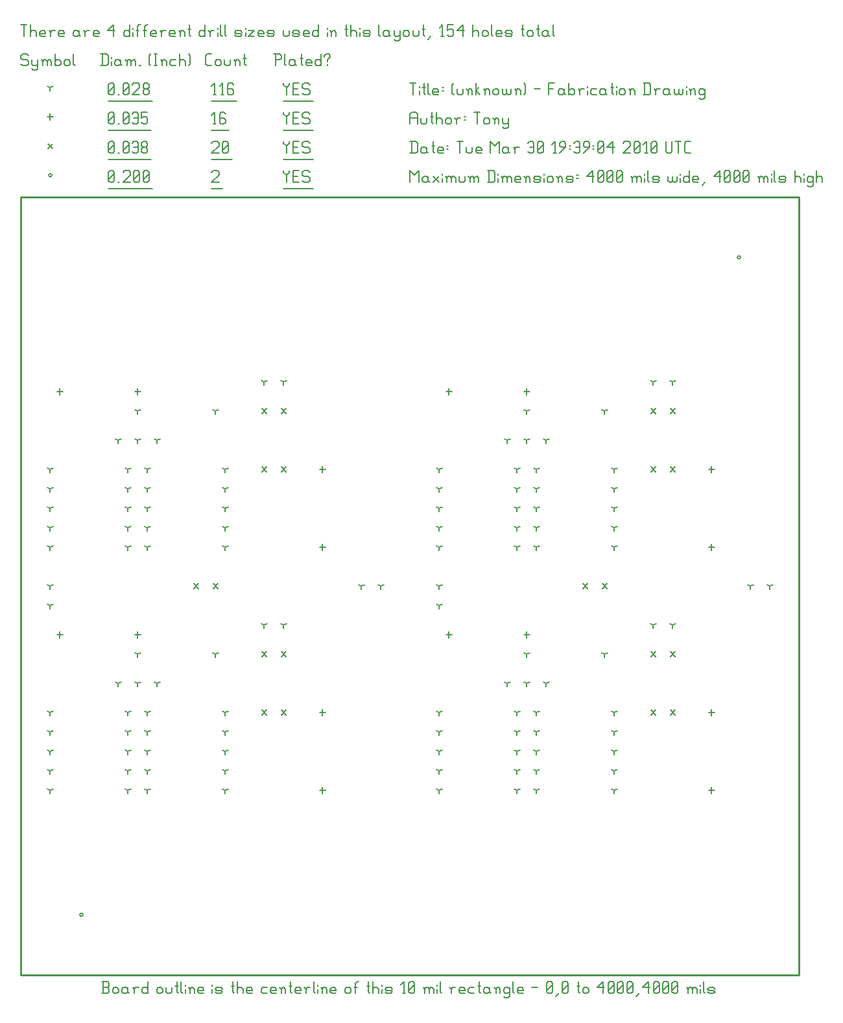
<source format=gbr>
G04 start of page 10 for group -3984 idx -3984
G04 Title: (unknown), fab *
G04 Creator: pcb 20070208 *
G04 CreationDate: Tue Mar 30 19:39:04 2010 UTC *
G04 For: tony *
G04 Format: Gerber/RS-274X *
G04 PCB-Dimensions: 400000 400000 *
G04 PCB-Coordinate-Origin: lower left *
%MOIN*%
%FSLAX24Y24*%
%LNFAB*%
%ADD11C,0.0100*%
%ADD12C,0.0080*%
G54D12*X3020Y3100D02*G75*G03X3180Y3100I80J0D01*G01*
G75*G03X3020Y3100I-80J0D01*G01*
X36820Y36900D02*G75*G03X36980Y36900I80J0D01*G01*
G75*G03X36820Y36900I-80J0D01*G01*
X1420Y41125D02*G75*G03X1580Y41125I80J0D01*G01*
G75*G03X1420Y41125I-80J0D01*G01*
G54D12*X13500Y41350D02*Y41275D01*
X13650Y41125D01*
X13800Y41275D01*
Y41350D02*Y41275D01*
X13650Y41125D02*Y40750D01*
X13980Y41050D02*X14205D01*
X13980Y40750D02*X14280D01*
X13980Y41350D02*Y40750D01*
Y41350D02*X14280D01*
X14760D02*X14835Y41275D01*
X14535Y41350D02*X14760D01*
X14460Y41275D02*X14535Y41350D01*
X14460Y41275D02*Y41125D01*
X14535Y41050D01*
X14760D01*
X14835Y40975D01*
Y40825D01*
X14760Y40750D02*X14835Y40825D01*
X14535Y40750D02*X14760D01*
X14460Y40825D02*X14535Y40750D01*
X13500Y40424D02*X15015D01*
X9800Y41275D02*X9875Y41350D01*
X10100D01*
X10175Y41275D01*
Y41125D01*
X9800Y40750D02*X10175Y41125D01*
X9800Y40750D02*X10175D01*
X9800Y40424D02*X10355D01*
X4500Y40825D02*X4575Y40750D01*
X4500Y41275D02*Y40825D01*
Y41275D02*X4575Y41350D01*
X4725D01*
X4800Y41275D01*
Y40825D01*
X4725Y40750D02*X4800Y40825D01*
X4575Y40750D02*X4725D01*
X4500Y40900D02*X4800Y41200D01*
X4980Y40750D02*X5055D01*
X5235Y41275D02*X5310Y41350D01*
X5535D01*
X5610Y41275D01*
Y41125D01*
X5235Y40750D02*X5610Y41125D01*
X5235Y40750D02*X5610D01*
X5790Y40825D02*X5865Y40750D01*
X5790Y41275D02*Y40825D01*
Y41275D02*X5865Y41350D01*
X6015D01*
X6090Y41275D01*
Y40825D01*
X6015Y40750D02*X6090Y40825D01*
X5865Y40750D02*X6015D01*
X5790Y40900D02*X6090Y41200D01*
X6270Y40825D02*X6345Y40750D01*
X6270Y41275D02*Y40825D01*
Y41275D02*X6345Y41350D01*
X6495D01*
X6570Y41275D01*
Y40825D01*
X6495Y40750D02*X6570Y40825D01*
X6345Y40750D02*X6495D01*
X6270Y40900D02*X6570Y41200D01*
X4500Y40424D02*X6750D01*
X32380Y16620D02*X32620Y16380D01*
X32380D02*X32620Y16620D01*
X33380D02*X33620Y16380D01*
X33380D02*X33620Y16620D01*
X32380Y13620D02*X32620Y13380D01*
X32380D02*X32620Y13620D01*
X33380D02*X33620Y13380D01*
X33380D02*X33620Y13620D01*
X32380Y29120D02*X32620Y28880D01*
X32380D02*X32620Y29120D01*
X33380D02*X33620Y28880D01*
X33380D02*X33620Y29120D01*
X32380Y26120D02*X32620Y25880D01*
X32380D02*X32620Y26120D01*
X33380D02*X33620Y25880D01*
X33380D02*X33620Y26120D01*
X28880Y20120D02*X29120Y19880D01*
X28880D02*X29120Y20120D01*
X29880D02*X30120Y19880D01*
X29880D02*X30120Y20120D01*
X12380Y16620D02*X12620Y16380D01*
X12380D02*X12620Y16620D01*
X13380D02*X13620Y16380D01*
X13380D02*X13620Y16620D01*
X12380Y13620D02*X12620Y13380D01*
X12380D02*X12620Y13620D01*
X13380D02*X13620Y13380D01*
X13380D02*X13620Y13620D01*
X12380Y29120D02*X12620Y28880D01*
X12380D02*X12620Y29120D01*
X13380D02*X13620Y28880D01*
X13380D02*X13620Y29120D01*
X12380Y26120D02*X12620Y25880D01*
X12380D02*X12620Y26120D01*
X13380D02*X13620Y25880D01*
X13380D02*X13620Y26120D01*
X8880Y20120D02*X9120Y19880D01*
X8880D02*X9120Y20120D01*
X9880D02*X10120Y19880D01*
X9880D02*X10120Y20120D01*
X1380Y42745D02*X1620Y42505D01*
X1380D02*X1620Y42745D01*
X13500Y42850D02*Y42775D01*
X13650Y42625D01*
X13800Y42775D01*
Y42850D02*Y42775D01*
X13650Y42625D02*Y42250D01*
X13980Y42550D02*X14205D01*
X13980Y42250D02*X14280D01*
X13980Y42850D02*Y42250D01*
Y42850D02*X14280D01*
X14760D02*X14835Y42775D01*
X14535Y42850D02*X14760D01*
X14460Y42775D02*X14535Y42850D01*
X14460Y42775D02*Y42625D01*
X14535Y42550D01*
X14760D01*
X14835Y42475D01*
Y42325D01*
X14760Y42250D02*X14835Y42325D01*
X14535Y42250D02*X14760D01*
X14460Y42325D02*X14535Y42250D01*
X13500Y41924D02*X15015D01*
X9800Y42775D02*X9875Y42850D01*
X10100D01*
X10175Y42775D01*
Y42625D01*
X9800Y42250D02*X10175Y42625D01*
X9800Y42250D02*X10175D01*
X10355Y42325D02*X10430Y42250D01*
X10355Y42775D02*Y42325D01*
Y42775D02*X10430Y42850D01*
X10580D01*
X10655Y42775D01*
Y42325D01*
X10580Y42250D02*X10655Y42325D01*
X10430Y42250D02*X10580D01*
X10355Y42400D02*X10655Y42700D01*
X9800Y41924D02*X10835D01*
X4500Y42325D02*X4575Y42250D01*
X4500Y42775D02*Y42325D01*
Y42775D02*X4575Y42850D01*
X4725D01*
X4800Y42775D01*
Y42325D01*
X4725Y42250D02*X4800Y42325D01*
X4575Y42250D02*X4725D01*
X4500Y42400D02*X4800Y42700D01*
X4980Y42250D02*X5055D01*
X5235Y42325D02*X5310Y42250D01*
X5235Y42775D02*Y42325D01*
Y42775D02*X5310Y42850D01*
X5460D01*
X5535Y42775D01*
Y42325D01*
X5460Y42250D02*X5535Y42325D01*
X5310Y42250D02*X5460D01*
X5235Y42400D02*X5535Y42700D01*
X5715Y42775D02*X5790Y42850D01*
X5940D01*
X6015Y42775D01*
Y42325D01*
X5940Y42250D02*X6015Y42325D01*
X5790Y42250D02*X5940D01*
X5715Y42325D02*X5790Y42250D01*
Y42550D02*X6015D01*
X6195Y42325D02*X6270Y42250D01*
X6195Y42475D02*Y42325D01*
Y42475D02*X6270Y42550D01*
X6420D01*
X6495Y42475D01*
Y42325D01*
X6420Y42250D02*X6495Y42325D01*
X6270Y42250D02*X6420D01*
X6195Y42625D02*X6270Y42550D01*
X6195Y42775D02*Y42625D01*
Y42775D02*X6270Y42850D01*
X6420D01*
X6495Y42775D01*
Y42625D01*
X6420Y42550D02*X6495Y42625D01*
X4500Y41924D02*X6675D01*
X22000Y17660D02*Y17340D01*
X21840Y17500D02*X22160D01*
X26000Y17660D02*Y17340D01*
X25840Y17500D02*X26160D01*
X35500Y13660D02*Y13340D01*
X35340Y13500D02*X35660D01*
X35500Y9660D02*Y9340D01*
X35340Y9500D02*X35660D01*
X35500Y26160D02*Y25840D01*
X35340Y26000D02*X35660D01*
X35500Y22160D02*Y21840D01*
X35340Y22000D02*X35660D01*
X22000Y30160D02*Y29840D01*
X21840Y30000D02*X22160D01*
X26000Y30160D02*Y29840D01*
X25840Y30000D02*X26160D01*
X2000Y17660D02*Y17340D01*
X1840Y17500D02*X2160D01*
X6000Y17660D02*Y17340D01*
X5840Y17500D02*X6160D01*
X15500Y13660D02*Y13340D01*
X15340Y13500D02*X15660D01*
X15500Y9660D02*Y9340D01*
X15340Y9500D02*X15660D01*
X15500Y26160D02*Y25840D01*
X15340Y26000D02*X15660D01*
X15500Y22160D02*Y21840D01*
X15340Y22000D02*X15660D01*
X2000Y30160D02*Y29840D01*
X1840Y30000D02*X2160D01*
X6000Y30160D02*Y29840D01*
X5840Y30000D02*X6160D01*
X1500Y44285D02*Y43965D01*
X1340Y44125D02*X1660D01*
X13500Y44350D02*Y44275D01*
X13650Y44125D01*
X13800Y44275D01*
Y44350D02*Y44275D01*
X13650Y44125D02*Y43750D01*
X13980Y44050D02*X14205D01*
X13980Y43750D02*X14280D01*
X13980Y44350D02*Y43750D01*
Y44350D02*X14280D01*
X14760D02*X14835Y44275D01*
X14535Y44350D02*X14760D01*
X14460Y44275D02*X14535Y44350D01*
X14460Y44275D02*Y44125D01*
X14535Y44050D01*
X14760D01*
X14835Y43975D01*
Y43825D01*
X14760Y43750D02*X14835Y43825D01*
X14535Y43750D02*X14760D01*
X14460Y43825D02*X14535Y43750D01*
X13500Y43424D02*X15015D01*
X9875Y43750D02*X10025D01*
X9950Y44350D02*Y43750D01*
X9800Y44200D02*X9950Y44350D01*
X10430D02*X10505Y44275D01*
X10280Y44350D02*X10430D01*
X10205Y44275D02*X10280Y44350D01*
X10205Y44275D02*Y43825D01*
X10280Y43750D01*
X10430Y44050D02*X10505Y43975D01*
X10205Y44050D02*X10430D01*
X10280Y43750D02*X10430D01*
X10505Y43825D01*
Y43975D02*Y43825D01*
X9800Y43424D02*X10685D01*
X4500Y43825D02*X4575Y43750D01*
X4500Y44275D02*Y43825D01*
Y44275D02*X4575Y44350D01*
X4725D01*
X4800Y44275D01*
Y43825D01*
X4725Y43750D02*X4800Y43825D01*
X4575Y43750D02*X4725D01*
X4500Y43900D02*X4800Y44200D01*
X4980Y43750D02*X5055D01*
X5235Y43825D02*X5310Y43750D01*
X5235Y44275D02*Y43825D01*
Y44275D02*X5310Y44350D01*
X5460D01*
X5535Y44275D01*
Y43825D01*
X5460Y43750D02*X5535Y43825D01*
X5310Y43750D02*X5460D01*
X5235Y43900D02*X5535Y44200D01*
X5715Y44275D02*X5790Y44350D01*
X5940D01*
X6015Y44275D01*
Y43825D01*
X5940Y43750D02*X6015Y43825D01*
X5790Y43750D02*X5940D01*
X5715Y43825D02*X5790Y43750D01*
Y44050D02*X6015D01*
X6195Y44350D02*X6495D01*
X6195D02*Y44050D01*
X6270Y44125D01*
X6420D01*
X6495Y44050D01*
Y43825D01*
X6420Y43750D02*X6495Y43825D01*
X6270Y43750D02*X6420D01*
X6195Y43825D02*X6270Y43750D01*
X4500Y43424D02*X6675D01*
X26500Y25000D02*Y24840D01*
Y25000D02*X26638Y25080D01*
X26500Y25000D02*X26361Y25080D01*
X30500Y25000D02*Y24840D01*
Y25000D02*X30638Y25080D01*
X30500Y25000D02*X30361Y25080D01*
X26000Y16500D02*Y16340D01*
Y16500D02*X26138Y16580D01*
X26000Y16500D02*X25861Y16580D01*
X30000Y16500D02*Y16340D01*
Y16500D02*X30138Y16580D01*
X30000Y16500D02*X29861Y16580D01*
X21500Y10500D02*Y10340D01*
Y10500D02*X21638Y10580D01*
X21500Y10500D02*X21361Y10580D01*
X25500Y10500D02*Y10340D01*
Y10500D02*X25638Y10580D01*
X25500Y10500D02*X25361Y10580D01*
X21500Y13500D02*Y13340D01*
Y13500D02*X21638Y13580D01*
X21500Y13500D02*X21361Y13580D01*
X25500Y13500D02*Y13340D01*
Y13500D02*X25638Y13580D01*
X25500Y13500D02*X25361Y13580D01*
X21500Y12500D02*Y12340D01*
Y12500D02*X21638Y12580D01*
X21500Y12500D02*X21361Y12580D01*
X25500Y12500D02*Y12340D01*
Y12500D02*X25638Y12580D01*
X25500Y12500D02*X25361Y12580D01*
X21500Y11500D02*Y11340D01*
Y11500D02*X21638Y11580D01*
X21500Y11500D02*X21361Y11580D01*
X25500Y11500D02*Y11340D01*
Y11500D02*X25638Y11580D01*
X25500Y11500D02*X25361Y11580D01*
X21500Y9500D02*Y9340D01*
Y9500D02*X21638Y9580D01*
X21500Y9500D02*X21361Y9580D01*
X25500Y9500D02*Y9340D01*
Y9500D02*X25638Y9580D01*
X25500Y9500D02*X25361Y9580D01*
X26500Y10500D02*Y10340D01*
Y10500D02*X26638Y10580D01*
X26500Y10500D02*X26361Y10580D01*
X30500Y10500D02*Y10340D01*
Y10500D02*X30638Y10580D01*
X30500Y10500D02*X30361Y10580D01*
X26500Y13500D02*Y13340D01*
Y13500D02*X26638Y13580D01*
X26500Y13500D02*X26361Y13580D01*
X30500Y13500D02*Y13340D01*
Y13500D02*X30638Y13580D01*
X30500Y13500D02*X30361Y13580D01*
X26500Y12500D02*Y12340D01*
Y12500D02*X26638Y12580D01*
X26500Y12500D02*X26361Y12580D01*
X30500Y12500D02*Y12340D01*
Y12500D02*X30638Y12580D01*
X30500Y12500D02*X30361Y12580D01*
X26500Y11500D02*Y11340D01*
Y11500D02*X26638Y11580D01*
X26500Y11500D02*X26361Y11580D01*
X30500Y11500D02*Y11340D01*
Y11500D02*X30638Y11580D01*
X30500Y11500D02*X30361Y11580D01*
X26500Y9500D02*Y9340D01*
Y9500D02*X26638Y9580D01*
X26500Y9500D02*X26361Y9580D01*
X30500Y9500D02*Y9340D01*
Y9500D02*X30638Y9580D01*
X30500Y9500D02*X30361Y9580D01*
X25000Y15000D02*Y14840D01*
Y15000D02*X25138Y15080D01*
X25000Y15000D02*X24861Y15080D01*
X26000Y15000D02*Y14840D01*
Y15000D02*X26138Y15080D01*
X26000Y15000D02*X25861Y15080D01*
X27000Y15000D02*Y14840D01*
Y15000D02*X27138Y15080D01*
X27000Y15000D02*X26861Y15080D01*
X25000Y27500D02*Y27340D01*
Y27500D02*X25138Y27580D01*
X25000Y27500D02*X24861Y27580D01*
X26000Y27500D02*Y27340D01*
Y27500D02*X26138Y27580D01*
X26000Y27500D02*X25861Y27580D01*
X27000Y27500D02*Y27340D01*
Y27500D02*X27138Y27580D01*
X27000Y27500D02*X26861Y27580D01*
X26500Y24000D02*Y23840D01*
Y24000D02*X26638Y24080D01*
X26500Y24000D02*X26361Y24080D01*
X30500Y24000D02*Y23840D01*
Y24000D02*X30638Y24080D01*
X30500Y24000D02*X30361Y24080D01*
X26500Y22000D02*Y21840D01*
Y22000D02*X26638Y22080D01*
X26500Y22000D02*X26361Y22080D01*
X30500Y22000D02*Y21840D01*
Y22000D02*X30638Y22080D01*
X30500Y22000D02*X30361Y22080D01*
X26000Y29000D02*Y28840D01*
Y29000D02*X26138Y29080D01*
X26000Y29000D02*X25861Y29080D01*
X30000Y29000D02*Y28840D01*
Y29000D02*X30138Y29080D01*
X30000Y29000D02*X29861Y29080D01*
X21500Y23000D02*Y22840D01*
Y23000D02*X21638Y23080D01*
X21500Y23000D02*X21361Y23080D01*
X25500Y23000D02*Y22840D01*
Y23000D02*X25638Y23080D01*
X25500Y23000D02*X25361Y23080D01*
X21500Y26000D02*Y25840D01*
Y26000D02*X21638Y26080D01*
X21500Y26000D02*X21361Y26080D01*
X25500Y26000D02*Y25840D01*
Y26000D02*X25638Y26080D01*
X25500Y26000D02*X25361Y26080D01*
X21500Y25000D02*Y24840D01*
Y25000D02*X21638Y25080D01*
X21500Y25000D02*X21361Y25080D01*
X25500Y25000D02*Y24840D01*
Y25000D02*X25638Y25080D01*
X25500Y25000D02*X25361Y25080D01*
X21500Y24000D02*Y23840D01*
Y24000D02*X21638Y24080D01*
X21500Y24000D02*X21361Y24080D01*
X25500Y24000D02*Y23840D01*
Y24000D02*X25638Y24080D01*
X25500Y24000D02*X25361Y24080D01*
X21500Y22000D02*Y21840D01*
Y22000D02*X21638Y22080D01*
X21500Y22000D02*X21361Y22080D01*
X25500Y22000D02*Y21840D01*
Y22000D02*X25638Y22080D01*
X25500Y22000D02*X25361Y22080D01*
X26500Y23000D02*Y22840D01*
Y23000D02*X26638Y23080D01*
X26500Y23000D02*X26361Y23080D01*
X30500Y23000D02*Y22840D01*
Y23000D02*X30638Y23080D01*
X30500Y23000D02*X30361Y23080D01*
X26500Y26000D02*Y25840D01*
Y26000D02*X26638Y26080D01*
X26500Y26000D02*X26361Y26080D01*
X30500Y26000D02*Y25840D01*
Y26000D02*X30638Y26080D01*
X30500Y26000D02*X30361Y26080D01*
X21500Y20000D02*Y19840D01*
Y20000D02*X21638Y20080D01*
X21500Y20000D02*X21361Y20080D01*
X21500Y19000D02*Y18840D01*
Y19000D02*X21638Y19080D01*
X21500Y19000D02*X21361Y19080D01*
X33500Y18000D02*Y17840D01*
Y18000D02*X33638Y18080D01*
X33500Y18000D02*X33361Y18080D01*
X32500Y18000D02*Y17840D01*
Y18000D02*X32638Y18080D01*
X32500Y18000D02*X32361Y18080D01*
X33500Y30500D02*Y30340D01*
Y30500D02*X33638Y30580D01*
X33500Y30500D02*X33361Y30580D01*
X32500Y30500D02*Y30340D01*
Y30500D02*X32638Y30580D01*
X32500Y30500D02*X32361Y30580D01*
X38500Y20000D02*Y19840D01*
Y20000D02*X38638Y20080D01*
X38500Y20000D02*X38361Y20080D01*
X37500Y20000D02*Y19840D01*
Y20000D02*X37638Y20080D01*
X37500Y20000D02*X37361Y20080D01*
X6500Y25000D02*Y24840D01*
Y25000D02*X6638Y25080D01*
X6500Y25000D02*X6361Y25080D01*
X10500Y25000D02*Y24840D01*
Y25000D02*X10638Y25080D01*
X10500Y25000D02*X10361Y25080D01*
X6000Y16500D02*Y16340D01*
Y16500D02*X6138Y16580D01*
X6000Y16500D02*X5861Y16580D01*
X10000Y16500D02*Y16340D01*
Y16500D02*X10138Y16580D01*
X10000Y16500D02*X9861Y16580D01*
X1500Y10500D02*Y10340D01*
Y10500D02*X1638Y10580D01*
X1500Y10500D02*X1361Y10580D01*
X5500Y10500D02*Y10340D01*
Y10500D02*X5638Y10580D01*
X5500Y10500D02*X5361Y10580D01*
X1500Y13500D02*Y13340D01*
Y13500D02*X1638Y13580D01*
X1500Y13500D02*X1361Y13580D01*
X5500Y13500D02*Y13340D01*
Y13500D02*X5638Y13580D01*
X5500Y13500D02*X5361Y13580D01*
X1500Y12500D02*Y12340D01*
Y12500D02*X1638Y12580D01*
X1500Y12500D02*X1361Y12580D01*
X5500Y12500D02*Y12340D01*
Y12500D02*X5638Y12580D01*
X5500Y12500D02*X5361Y12580D01*
X1500Y11500D02*Y11340D01*
Y11500D02*X1638Y11580D01*
X1500Y11500D02*X1361Y11580D01*
X5500Y11500D02*Y11340D01*
Y11500D02*X5638Y11580D01*
X5500Y11500D02*X5361Y11580D01*
X1500Y9500D02*Y9340D01*
Y9500D02*X1638Y9580D01*
X1500Y9500D02*X1361Y9580D01*
X5500Y9500D02*Y9340D01*
Y9500D02*X5638Y9580D01*
X5500Y9500D02*X5361Y9580D01*
X6500Y10500D02*Y10340D01*
Y10500D02*X6638Y10580D01*
X6500Y10500D02*X6361Y10580D01*
X10500Y10500D02*Y10340D01*
Y10500D02*X10638Y10580D01*
X10500Y10500D02*X10361Y10580D01*
X6500Y13500D02*Y13340D01*
Y13500D02*X6638Y13580D01*
X6500Y13500D02*X6361Y13580D01*
X10500Y13500D02*Y13340D01*
Y13500D02*X10638Y13580D01*
X10500Y13500D02*X10361Y13580D01*
X6500Y12500D02*Y12340D01*
Y12500D02*X6638Y12580D01*
X6500Y12500D02*X6361Y12580D01*
X10500Y12500D02*Y12340D01*
Y12500D02*X10638Y12580D01*
X10500Y12500D02*X10361Y12580D01*
X6500Y11500D02*Y11340D01*
Y11500D02*X6638Y11580D01*
X6500Y11500D02*X6361Y11580D01*
X10500Y11500D02*Y11340D01*
Y11500D02*X10638Y11580D01*
X10500Y11500D02*X10361Y11580D01*
X6500Y9500D02*Y9340D01*
Y9500D02*X6638Y9580D01*
X6500Y9500D02*X6361Y9580D01*
X10500Y9500D02*Y9340D01*
Y9500D02*X10638Y9580D01*
X10500Y9500D02*X10361Y9580D01*
X5000Y15000D02*Y14840D01*
Y15000D02*X5138Y15080D01*
X5000Y15000D02*X4861Y15080D01*
X6000Y15000D02*Y14840D01*
Y15000D02*X6138Y15080D01*
X6000Y15000D02*X5861Y15080D01*
X7000Y15000D02*Y14840D01*
Y15000D02*X7138Y15080D01*
X7000Y15000D02*X6861Y15080D01*
X5000Y27500D02*Y27340D01*
Y27500D02*X5138Y27580D01*
X5000Y27500D02*X4861Y27580D01*
X6000Y27500D02*Y27340D01*
Y27500D02*X6138Y27580D01*
X6000Y27500D02*X5861Y27580D01*
X7000Y27500D02*Y27340D01*
Y27500D02*X7138Y27580D01*
X7000Y27500D02*X6861Y27580D01*
X6500Y24000D02*Y23840D01*
Y24000D02*X6638Y24080D01*
X6500Y24000D02*X6361Y24080D01*
X10500Y24000D02*Y23840D01*
Y24000D02*X10638Y24080D01*
X10500Y24000D02*X10361Y24080D01*
X6500Y22000D02*Y21840D01*
Y22000D02*X6638Y22080D01*
X6500Y22000D02*X6361Y22080D01*
X10500Y22000D02*Y21840D01*
Y22000D02*X10638Y22080D01*
X10500Y22000D02*X10361Y22080D01*
X6000Y29000D02*Y28840D01*
Y29000D02*X6138Y29080D01*
X6000Y29000D02*X5861Y29080D01*
X10000Y29000D02*Y28840D01*
Y29000D02*X10138Y29080D01*
X10000Y29000D02*X9861Y29080D01*
X1500Y23000D02*Y22840D01*
Y23000D02*X1638Y23080D01*
X1500Y23000D02*X1361Y23080D01*
X5500Y23000D02*Y22840D01*
Y23000D02*X5638Y23080D01*
X5500Y23000D02*X5361Y23080D01*
X1500Y26000D02*Y25840D01*
Y26000D02*X1638Y26080D01*
X1500Y26000D02*X1361Y26080D01*
X5500Y26000D02*Y25840D01*
Y26000D02*X5638Y26080D01*
X5500Y26000D02*X5361Y26080D01*
X1500Y25000D02*Y24840D01*
Y25000D02*X1638Y25080D01*
X1500Y25000D02*X1361Y25080D01*
X5500Y25000D02*Y24840D01*
Y25000D02*X5638Y25080D01*
X5500Y25000D02*X5361Y25080D01*
X1500Y24000D02*Y23840D01*
Y24000D02*X1638Y24080D01*
X1500Y24000D02*X1361Y24080D01*
X5500Y24000D02*Y23840D01*
Y24000D02*X5638Y24080D01*
X5500Y24000D02*X5361Y24080D01*
X1500Y22000D02*Y21840D01*
Y22000D02*X1638Y22080D01*
X1500Y22000D02*X1361Y22080D01*
X5500Y22000D02*Y21840D01*
Y22000D02*X5638Y22080D01*
X5500Y22000D02*X5361Y22080D01*
X6500Y23000D02*Y22840D01*
Y23000D02*X6638Y23080D01*
X6500Y23000D02*X6361Y23080D01*
X10500Y23000D02*Y22840D01*
Y23000D02*X10638Y23080D01*
X10500Y23000D02*X10361Y23080D01*
X6500Y26000D02*Y25840D01*
Y26000D02*X6638Y26080D01*
X6500Y26000D02*X6361Y26080D01*
X10500Y26000D02*Y25840D01*
Y26000D02*X10638Y26080D01*
X10500Y26000D02*X10361Y26080D01*
X1500Y20000D02*Y19840D01*
Y20000D02*X1638Y20080D01*
X1500Y20000D02*X1361Y20080D01*
X1500Y19000D02*Y18840D01*
Y19000D02*X1638Y19080D01*
X1500Y19000D02*X1361Y19080D01*
X13500Y18000D02*Y17840D01*
Y18000D02*X13638Y18080D01*
X13500Y18000D02*X13361Y18080D01*
X12500Y18000D02*Y17840D01*
Y18000D02*X12638Y18080D01*
X12500Y18000D02*X12361Y18080D01*
X13500Y30500D02*Y30340D01*
Y30500D02*X13638Y30580D01*
X13500Y30500D02*X13361Y30580D01*
X12500Y30500D02*Y30340D01*
Y30500D02*X12638Y30580D01*
X12500Y30500D02*X12361Y30580D01*
X18500Y20000D02*Y19840D01*
Y20000D02*X18638Y20080D01*
X18500Y20000D02*X18361Y20080D01*
X17500Y20000D02*Y19840D01*
Y20000D02*X17638Y20080D01*
X17500Y20000D02*X17361Y20080D01*
X1500Y45625D02*Y45465D01*
Y45625D02*X1638Y45705D01*
X1500Y45625D02*X1361Y45705D01*
X13500Y45850D02*Y45775D01*
X13650Y45625D01*
X13800Y45775D01*
Y45850D02*Y45775D01*
X13650Y45625D02*Y45250D01*
X13980Y45550D02*X14205D01*
X13980Y45250D02*X14280D01*
X13980Y45850D02*Y45250D01*
Y45850D02*X14280D01*
X14760D02*X14835Y45775D01*
X14535Y45850D02*X14760D01*
X14460Y45775D02*X14535Y45850D01*
X14460Y45775D02*Y45625D01*
X14535Y45550D01*
X14760D01*
X14835Y45475D01*
Y45325D01*
X14760Y45250D02*X14835Y45325D01*
X14535Y45250D02*X14760D01*
X14460Y45325D02*X14535Y45250D01*
X13500Y44924D02*X15015D01*
X9875Y45250D02*X10025D01*
X9950Y45850D02*Y45250D01*
X9800Y45700D02*X9950Y45850D01*
X10280Y45250D02*X10430D01*
X10355Y45850D02*Y45250D01*
X10205Y45700D02*X10355Y45850D01*
X10835D02*X10910Y45775D01*
X10685Y45850D02*X10835D01*
X10610Y45775D02*X10685Y45850D01*
X10610Y45775D02*Y45325D01*
X10685Y45250D01*
X10835Y45550D02*X10910Y45475D01*
X10610Y45550D02*X10835D01*
X10685Y45250D02*X10835D01*
X10910Y45325D01*
Y45475D02*Y45325D01*
X9800Y44924D02*X11090D01*
X4500Y45325D02*X4575Y45250D01*
X4500Y45775D02*Y45325D01*
Y45775D02*X4575Y45850D01*
X4725D01*
X4800Y45775D01*
Y45325D01*
X4725Y45250D02*X4800Y45325D01*
X4575Y45250D02*X4725D01*
X4500Y45400D02*X4800Y45700D01*
X4980Y45250D02*X5055D01*
X5235Y45325D02*X5310Y45250D01*
X5235Y45775D02*Y45325D01*
Y45775D02*X5310Y45850D01*
X5460D01*
X5535Y45775D01*
Y45325D01*
X5460Y45250D02*X5535Y45325D01*
X5310Y45250D02*X5460D01*
X5235Y45400D02*X5535Y45700D01*
X5715Y45775D02*X5790Y45850D01*
X6015D01*
X6090Y45775D01*
Y45625D01*
X5715Y45250D02*X6090Y45625D01*
X5715Y45250D02*X6090D01*
X6270Y45325D02*X6345Y45250D01*
X6270Y45475D02*Y45325D01*
Y45475D02*X6345Y45550D01*
X6495D01*
X6570Y45475D01*
Y45325D01*
X6495Y45250D02*X6570Y45325D01*
X6345Y45250D02*X6495D01*
X6270Y45625D02*X6345Y45550D01*
X6270Y45775D02*Y45625D01*
Y45775D02*X6345Y45850D01*
X6495D01*
X6570Y45775D01*
Y45625D01*
X6495Y45550D02*X6570Y45625D01*
X4500Y44924D02*X6750D01*
X300Y47350D02*X375Y47275D01*
X75Y47350D02*X300D01*
X0Y47275D02*X75Y47350D01*
X0Y47275D02*Y47125D01*
X75Y47050D01*
X300D01*
X375Y46975D01*
Y46825D01*
X300Y46750D02*X375Y46825D01*
X75Y46750D02*X300D01*
X0Y46825D02*X75Y46750D01*
X555Y47050D02*Y46825D01*
X630Y46750D01*
X855Y47050D02*Y46600D01*
X780Y46525D02*X855Y46600D01*
X630Y46525D02*X780D01*
X555Y46600D02*X630Y46525D01*
Y46750D02*X780D01*
X855Y46825D01*
X1110Y46975D02*Y46750D01*
Y46975D02*X1185Y47050D01*
X1260D01*
X1335Y46975D01*
Y46750D01*
Y46975D02*X1410Y47050D01*
X1485D01*
X1560Y46975D01*
Y46750D01*
X1035Y47050D02*X1110Y46975D01*
X1740Y47350D02*Y46750D01*
Y46825D02*X1815Y46750D01*
X1965D01*
X2040Y46825D01*
Y46975D02*Y46825D01*
X1965Y47050D02*X2040Y46975D01*
X1815Y47050D02*X1965D01*
X1740Y46975D02*X1815Y47050D01*
X2220Y46975D02*Y46825D01*
Y46975D02*X2295Y47050D01*
X2445D01*
X2520Y46975D01*
Y46825D01*
X2445Y46750D02*X2520Y46825D01*
X2295Y46750D02*X2445D01*
X2220Y46825D02*X2295Y46750D01*
X2700Y47350D02*Y46825D01*
X2775Y46750D01*
X4175Y47350D02*Y46750D01*
X4400Y47350D02*X4475Y47275D01*
Y46825D01*
X4400Y46750D02*X4475Y46825D01*
X4100Y46750D02*X4400D01*
X4100Y47350D02*X4400D01*
X4655Y47200D02*Y47125D01*
Y46975D02*Y46750D01*
X5030Y47050D02*X5105Y46975D01*
X4880Y47050D02*X5030D01*
X4805Y46975D02*X4880Y47050D01*
X4805Y46975D02*Y46825D01*
X4880Y46750D01*
X5105Y47050D02*Y46825D01*
X5180Y46750D01*
X4880D02*X5030D01*
X5105Y46825D01*
X5435Y46975D02*Y46750D01*
Y46975D02*X5510Y47050D01*
X5585D01*
X5660Y46975D01*
Y46750D01*
Y46975D02*X5735Y47050D01*
X5810D01*
X5885Y46975D01*
Y46750D01*
X5360Y47050D02*X5435Y46975D01*
X6065Y46750D02*X6140D01*
X6590Y46825D02*X6665Y46750D01*
X6590Y47275D02*X6665Y47350D01*
X6590Y47275D02*Y46825D01*
X6845Y47350D02*X6995D01*
X6920D02*Y46750D01*
X6845D02*X6995D01*
X7251Y46975D02*Y46750D01*
Y46975D02*X7326Y47050D01*
X7401D01*
X7476Y46975D01*
Y46750D01*
X7176Y47050D02*X7251Y46975D01*
X7731Y47050D02*X7956D01*
X7656Y46975D02*X7731Y47050D01*
X7656Y46975D02*Y46825D01*
X7731Y46750D01*
X7956D01*
X8136Y47350D02*Y46750D01*
Y46975D02*X8211Y47050D01*
X8361D01*
X8436Y46975D01*
Y46750D01*
X8616Y47350D02*X8691Y47275D01*
Y46825D01*
X8616Y46750D02*X8691Y46825D01*
X9575Y46750D02*X9800D01*
X9500Y46825D02*X9575Y46750D01*
X9500Y47275D02*Y46825D01*
Y47275D02*X9575Y47350D01*
X9800D01*
X9980Y46975D02*Y46825D01*
Y46975D02*X10055Y47050D01*
X10205D01*
X10280Y46975D01*
Y46825D01*
X10205Y46750D02*X10280Y46825D01*
X10055Y46750D02*X10205D01*
X9980Y46825D02*X10055Y46750D01*
X10460Y47050D02*Y46825D01*
X10535Y46750D01*
X10685D01*
X10760Y46825D01*
Y47050D02*Y46825D01*
X11015Y46975D02*Y46750D01*
Y46975D02*X11090Y47050D01*
X11165D01*
X11240Y46975D01*
Y46750D01*
X10940Y47050D02*X11015Y46975D01*
X11495Y47350D02*Y46825D01*
X11570Y46750D01*
X11420Y47125D02*X11570D01*
X13075Y47350D02*Y46750D01*
X13000Y47350D02*X13300D01*
X13375Y47275D01*
Y47125D01*
X13300Y47050D02*X13375Y47125D01*
X13075Y47050D02*X13300D01*
X13555Y47350D02*Y46825D01*
X13630Y46750D01*
X14005Y47050D02*X14080Y46975D01*
X13855Y47050D02*X14005D01*
X13780Y46975D02*X13855Y47050D01*
X13780Y46975D02*Y46825D01*
X13855Y46750D01*
X14080Y47050D02*Y46825D01*
X14155Y46750D01*
X13855D02*X14005D01*
X14080Y46825D01*
X14410Y47350D02*Y46825D01*
X14485Y46750D01*
X14335Y47125D02*X14485D01*
X14710Y46750D02*X14935D01*
X14635Y46825D02*X14710Y46750D01*
X14635Y46975D02*Y46825D01*
Y46975D02*X14710Y47050D01*
X14860D01*
X14935Y46975D01*
X14635Y46900D02*X14935D01*
Y46975D02*Y46900D01*
X15415Y47350D02*Y46750D01*
X15340D02*X15415Y46825D01*
X15190Y46750D02*X15340D01*
X15115Y46825D02*X15190Y46750D01*
X15115Y46975D02*Y46825D01*
Y46975D02*X15190Y47050D01*
X15340D01*
X15415Y46975D01*
X15745Y47050D02*Y46975D01*
Y46825D02*Y46750D01*
X15595Y47275D02*Y47200D01*
Y47275D02*X15670Y47350D01*
X15820D01*
X15895Y47275D01*
Y47200D01*
X15745Y47050D02*X15895Y47200D01*
X0Y48850D02*X300D01*
X150D02*Y48250D01*
X480Y48850D02*Y48250D01*
Y48475D02*X555Y48550D01*
X705D01*
X780Y48475D01*
Y48250D01*
X1035D02*X1260D01*
X960Y48325D02*X1035Y48250D01*
X960Y48475D02*Y48325D01*
Y48475D02*X1035Y48550D01*
X1185D01*
X1260Y48475D01*
X960Y48400D02*X1260D01*
Y48475D02*Y48400D01*
X1515Y48475D02*Y48250D01*
Y48475D02*X1590Y48550D01*
X1740D01*
X1440D02*X1515Y48475D01*
X1995Y48250D02*X2220D01*
X1920Y48325D02*X1995Y48250D01*
X1920Y48475D02*Y48325D01*
Y48475D02*X1995Y48550D01*
X2145D01*
X2220Y48475D01*
X1920Y48400D02*X2220D01*
Y48475D02*Y48400D01*
X2895Y48550D02*X2970Y48475D01*
X2745Y48550D02*X2895D01*
X2670Y48475D02*X2745Y48550D01*
X2670Y48475D02*Y48325D01*
X2745Y48250D01*
X2970Y48550D02*Y48325D01*
X3045Y48250D01*
X2745D02*X2895D01*
X2970Y48325D01*
X3300Y48475D02*Y48250D01*
Y48475D02*X3375Y48550D01*
X3525D01*
X3225D02*X3300Y48475D01*
X3781Y48250D02*X4006D01*
X3706Y48325D02*X3781Y48250D01*
X3706Y48475D02*Y48325D01*
Y48475D02*X3781Y48550D01*
X3931D01*
X4006Y48475D01*
X3706Y48400D02*X4006D01*
Y48475D02*Y48400D01*
X4456Y48550D02*X4756Y48850D01*
X4456Y48550D02*X4831D01*
X4756Y48850D02*Y48250D01*
X5581Y48850D02*Y48250D01*
X5506D02*X5581Y48325D01*
X5356Y48250D02*X5506D01*
X5281Y48325D02*X5356Y48250D01*
X5281Y48475D02*Y48325D01*
Y48475D02*X5356Y48550D01*
X5506D01*
X5581Y48475D01*
X5761Y48700D02*Y48625D01*
Y48475D02*Y48250D01*
X5986Y48775D02*Y48250D01*
Y48775D02*X6061Y48850D01*
X6136D01*
X5911Y48550D02*X6061D01*
X6361Y48775D02*Y48250D01*
Y48775D02*X6436Y48850D01*
X6511D01*
X6286Y48550D02*X6436D01*
X6736Y48250D02*X6961D01*
X6661Y48325D02*X6736Y48250D01*
X6661Y48475D02*Y48325D01*
Y48475D02*X6736Y48550D01*
X6886D01*
X6961Y48475D01*
X6661Y48400D02*X6961D01*
Y48475D02*Y48400D01*
X7217Y48475D02*Y48250D01*
Y48475D02*X7292Y48550D01*
X7442D01*
X7142D02*X7217Y48475D01*
X7697Y48250D02*X7922D01*
X7622Y48325D02*X7697Y48250D01*
X7622Y48475D02*Y48325D01*
Y48475D02*X7697Y48550D01*
X7847D01*
X7922Y48475D01*
X7622Y48400D02*X7922D01*
Y48475D02*Y48400D01*
X8177Y48475D02*Y48250D01*
Y48475D02*X8252Y48550D01*
X8327D01*
X8402Y48475D01*
Y48250D01*
X8102Y48550D02*X8177Y48475D01*
X8657Y48850D02*Y48325D01*
X8732Y48250D01*
X8582Y48625D02*X8732D01*
X9452Y48850D02*Y48250D01*
X9377D02*X9452Y48325D01*
X9227Y48250D02*X9377D01*
X9152Y48325D02*X9227Y48250D01*
X9152Y48475D02*Y48325D01*
Y48475D02*X9227Y48550D01*
X9377D01*
X9452Y48475D01*
X9707D02*Y48250D01*
Y48475D02*X9782Y48550D01*
X9932D01*
X9632D02*X9707Y48475D01*
X10113Y48700D02*Y48625D01*
Y48475D02*Y48250D01*
X10263Y48850D02*Y48325D01*
X10338Y48250D01*
X10488Y48850D02*Y48325D01*
X10563Y48250D01*
X11058D02*X11283D01*
X11358Y48325D01*
X11283Y48400D02*X11358Y48325D01*
X11058Y48400D02*X11283D01*
X10983Y48475D02*X11058Y48400D01*
X10983Y48475D02*X11058Y48550D01*
X11283D01*
X11358Y48475D01*
X10983Y48325D02*X11058Y48250D01*
X11538Y48700D02*Y48625D01*
Y48475D02*Y48250D01*
X11688Y48550D02*X11988D01*
X11688Y48250D02*X11988Y48550D01*
X11688Y48250D02*X11988D01*
X12243D02*X12468D01*
X12168Y48325D02*X12243Y48250D01*
X12168Y48475D02*Y48325D01*
Y48475D02*X12243Y48550D01*
X12393D01*
X12468Y48475D01*
X12168Y48400D02*X12468D01*
Y48475D02*Y48400D01*
X12724Y48250D02*X12949D01*
X13024Y48325D01*
X12949Y48400D02*X13024Y48325D01*
X12724Y48400D02*X12949D01*
X12649Y48475D02*X12724Y48400D01*
X12649Y48475D02*X12724Y48550D01*
X12949D01*
X13024Y48475D01*
X12649Y48325D02*X12724Y48250D01*
X13474Y48550D02*Y48325D01*
X13549Y48250D01*
X13699D01*
X13774Y48325D01*
Y48550D02*Y48325D01*
X14029Y48250D02*X14254D01*
X14329Y48325D01*
X14254Y48400D02*X14329Y48325D01*
X14029Y48400D02*X14254D01*
X13954Y48475D02*X14029Y48400D01*
X13954Y48475D02*X14029Y48550D01*
X14254D01*
X14329Y48475D01*
X13954Y48325D02*X14029Y48250D01*
X14584D02*X14809D01*
X14509Y48325D02*X14584Y48250D01*
X14509Y48475D02*Y48325D01*
Y48475D02*X14584Y48550D01*
X14734D01*
X14809Y48475D01*
X14509Y48400D02*X14809D01*
Y48475D02*Y48400D01*
X15289Y48850D02*Y48250D01*
X15214D02*X15289Y48325D01*
X15064Y48250D02*X15214D01*
X14989Y48325D02*X15064Y48250D01*
X14989Y48475D02*Y48325D01*
Y48475D02*X15064Y48550D01*
X15214D01*
X15289Y48475D01*
X15739Y48700D02*Y48625D01*
Y48475D02*Y48250D01*
X15964Y48475D02*Y48250D01*
Y48475D02*X16039Y48550D01*
X16114D01*
X16189Y48475D01*
Y48250D01*
X15889Y48550D02*X15964Y48475D01*
X16715Y48850D02*Y48325D01*
X16790Y48250D01*
X16640Y48625D02*X16790D01*
X16940Y48850D02*Y48250D01*
Y48475D02*X17015Y48550D01*
X17165D01*
X17240Y48475D01*
Y48250D01*
X17420Y48700D02*Y48625D01*
Y48475D02*Y48250D01*
X17645D02*X17870D01*
X17945Y48325D01*
X17870Y48400D02*X17945Y48325D01*
X17645Y48400D02*X17870D01*
X17570Y48475D02*X17645Y48400D01*
X17570Y48475D02*X17645Y48550D01*
X17870D01*
X17945Y48475D01*
X17570Y48325D02*X17645Y48250D01*
X18395Y48850D02*Y48325D01*
X18470Y48250D01*
X18845Y48550D02*X18920Y48475D01*
X18695Y48550D02*X18845D01*
X18620Y48475D02*X18695Y48550D01*
X18620Y48475D02*Y48325D01*
X18695Y48250D01*
X18920Y48550D02*Y48325D01*
X18995Y48250D01*
X18695D02*X18845D01*
X18920Y48325D01*
X19176Y48550D02*Y48325D01*
X19251Y48250D01*
X19476Y48550D02*Y48100D01*
X19401Y48025D02*X19476Y48100D01*
X19251Y48025D02*X19401D01*
X19176Y48100D02*X19251Y48025D01*
Y48250D02*X19401D01*
X19476Y48325D01*
X19656Y48475D02*Y48325D01*
Y48475D02*X19731Y48550D01*
X19881D01*
X19956Y48475D01*
Y48325D01*
X19881Y48250D02*X19956Y48325D01*
X19731Y48250D02*X19881D01*
X19656Y48325D02*X19731Y48250D01*
X20136Y48550D02*Y48325D01*
X20211Y48250D01*
X20361D01*
X20436Y48325D01*
Y48550D02*Y48325D01*
X20691Y48850D02*Y48325D01*
X20766Y48250D01*
X20616Y48625D02*X20766D01*
X20916Y48100D02*X21066Y48250D01*
X21591D02*X21741D01*
X21666Y48850D02*Y48250D01*
X21516Y48700D02*X21666Y48850D01*
X21921D02*X22221D01*
X21921D02*Y48550D01*
X21996Y48625D01*
X22146D01*
X22221Y48550D01*
Y48325D01*
X22146Y48250D02*X22221Y48325D01*
X21996Y48250D02*X22146D01*
X21921Y48325D02*X21996Y48250D01*
X22402Y48550D02*X22702Y48850D01*
X22402Y48550D02*X22777D01*
X22702Y48850D02*Y48250D01*
X23227Y48850D02*Y48250D01*
Y48475D02*X23302Y48550D01*
X23452D01*
X23527Y48475D01*
Y48250D01*
X23707Y48475D02*Y48325D01*
Y48475D02*X23782Y48550D01*
X23932D01*
X24007Y48475D01*
Y48325D01*
X23932Y48250D02*X24007Y48325D01*
X23782Y48250D02*X23932D01*
X23707Y48325D02*X23782Y48250D01*
X24187Y48850D02*Y48325D01*
X24262Y48250D01*
X24487D02*X24712D01*
X24412Y48325D02*X24487Y48250D01*
X24412Y48475D02*Y48325D01*
Y48475D02*X24487Y48550D01*
X24637D01*
X24712Y48475D01*
X24412Y48400D02*X24712D01*
Y48475D02*Y48400D01*
X24967Y48250D02*X25192D01*
X25267Y48325D01*
X25192Y48400D02*X25267Y48325D01*
X24967Y48400D02*X25192D01*
X24892Y48475D02*X24967Y48400D01*
X24892Y48475D02*X24967Y48550D01*
X25192D01*
X25267Y48475D01*
X24892Y48325D02*X24967Y48250D01*
X25792Y48850D02*Y48325D01*
X25867Y48250D01*
X25717Y48625D02*X25867D01*
X26018Y48475D02*Y48325D01*
Y48475D02*X26093Y48550D01*
X26243D01*
X26318Y48475D01*
Y48325D01*
X26243Y48250D02*X26318Y48325D01*
X26093Y48250D02*X26243D01*
X26018Y48325D02*X26093Y48250D01*
X26573Y48850D02*Y48325D01*
X26648Y48250D01*
X26498Y48625D02*X26648D01*
X27023Y48550D02*X27098Y48475D01*
X26873Y48550D02*X27023D01*
X26798Y48475D02*X26873Y48550D01*
X26798Y48475D02*Y48325D01*
X26873Y48250D01*
X27098Y48550D02*Y48325D01*
X27173Y48250D01*
X26873D02*X27023D01*
X27098Y48325D01*
X27353Y48850D02*Y48325D01*
X27428Y48250D01*
G54D11*X0Y40000D02*X40000D01*
X0D02*Y0D01*
X40000Y40000D02*Y0D01*
X0D02*X40000D01*
G54D12*X20000Y41350D02*Y40750D01*
Y41350D02*X20225Y41125D01*
X20450Y41350D01*
Y40750D01*
X20855Y41050D02*X20930Y40975D01*
X20705Y41050D02*X20855D01*
X20630Y40975D02*X20705Y41050D01*
X20630Y40975D02*Y40825D01*
X20705Y40750D01*
X20930Y41050D02*Y40825D01*
X21005Y40750D01*
X20705D02*X20855D01*
X20930Y40825D01*
X21185Y41050D02*X21485Y40750D01*
X21185D02*X21485Y41050D01*
X21665Y41200D02*Y41125D01*
Y40975D02*Y40750D01*
X21890Y40975D02*Y40750D01*
Y40975D02*X21965Y41050D01*
X22040D01*
X22115Y40975D01*
Y40750D01*
Y40975D02*X22190Y41050D01*
X22265D01*
X22340Y40975D01*
Y40750D01*
X21815Y41050D02*X21890Y40975D01*
X22520Y41050D02*Y40825D01*
X22595Y40750D01*
X22745D01*
X22820Y40825D01*
Y41050D02*Y40825D01*
X23075Y40975D02*Y40750D01*
Y40975D02*X23150Y41050D01*
X23225D01*
X23300Y40975D01*
Y40750D01*
Y40975D02*X23375Y41050D01*
X23450D01*
X23525Y40975D01*
Y40750D01*
X23000Y41050D02*X23075Y40975D01*
X24051Y41350D02*Y40750D01*
X24276Y41350D02*X24351Y41275D01*
Y40825D01*
X24276Y40750D02*X24351Y40825D01*
X23976Y40750D02*X24276D01*
X23976Y41350D02*X24276D01*
X24531Y41200D02*Y41125D01*
Y40975D02*Y40750D01*
X24756Y40975D02*Y40750D01*
Y40975D02*X24831Y41050D01*
X24906D01*
X24981Y40975D01*
Y40750D01*
Y40975D02*X25056Y41050D01*
X25131D01*
X25206Y40975D01*
Y40750D01*
X24681Y41050D02*X24756Y40975D01*
X25461Y40750D02*X25686D01*
X25386Y40825D02*X25461Y40750D01*
X25386Y40975D02*Y40825D01*
Y40975D02*X25461Y41050D01*
X25611D01*
X25686Y40975D01*
X25386Y40900D02*X25686D01*
Y40975D02*Y40900D01*
X25941Y40975D02*Y40750D01*
Y40975D02*X26016Y41050D01*
X26091D01*
X26166Y40975D01*
Y40750D01*
X25866Y41050D02*X25941Y40975D01*
X26421Y40750D02*X26646D01*
X26721Y40825D01*
X26646Y40900D02*X26721Y40825D01*
X26421Y40900D02*X26646D01*
X26346Y40975D02*X26421Y40900D01*
X26346Y40975D02*X26421Y41050D01*
X26646D01*
X26721Y40975D01*
X26346Y40825D02*X26421Y40750D01*
X26901Y41200D02*Y41125D01*
Y40975D02*Y40750D01*
X27052Y40975D02*Y40825D01*
Y40975D02*X27127Y41050D01*
X27277D01*
X27352Y40975D01*
Y40825D01*
X27277Y40750D02*X27352Y40825D01*
X27127Y40750D02*X27277D01*
X27052Y40825D02*X27127Y40750D01*
X27607Y40975D02*Y40750D01*
Y40975D02*X27682Y41050D01*
X27757D01*
X27832Y40975D01*
Y40750D01*
X27532Y41050D02*X27607Y40975D01*
X28087Y40750D02*X28312D01*
X28387Y40825D01*
X28312Y40900D02*X28387Y40825D01*
X28087Y40900D02*X28312D01*
X28012Y40975D02*X28087Y40900D01*
X28012Y40975D02*X28087Y41050D01*
X28312D01*
X28387Y40975D01*
X28012Y40825D02*X28087Y40750D01*
X28567Y41125D02*X28642D01*
X28567Y40975D02*X28642D01*
X29092Y41050D02*X29392Y41350D01*
X29092Y41050D02*X29467D01*
X29392Y41350D02*Y40750D01*
X29647Y40825D02*X29722Y40750D01*
X29647Y41275D02*Y40825D01*
Y41275D02*X29722Y41350D01*
X29872D01*
X29947Y41275D01*
Y40825D01*
X29872Y40750D02*X29947Y40825D01*
X29722Y40750D02*X29872D01*
X29647Y40900D02*X29947Y41200D01*
X30128Y40825D02*X30203Y40750D01*
X30128Y41275D02*Y40825D01*
Y41275D02*X30203Y41350D01*
X30353D01*
X30428Y41275D01*
Y40825D01*
X30353Y40750D02*X30428Y40825D01*
X30203Y40750D02*X30353D01*
X30128Y40900D02*X30428Y41200D01*
X30608Y40825D02*X30683Y40750D01*
X30608Y41275D02*Y40825D01*
Y41275D02*X30683Y41350D01*
X30833D01*
X30908Y41275D01*
Y40825D01*
X30833Y40750D02*X30908Y40825D01*
X30683Y40750D02*X30833D01*
X30608Y40900D02*X30908Y41200D01*
X31433Y40975D02*Y40750D01*
Y40975D02*X31508Y41050D01*
X31583D01*
X31658Y40975D01*
Y40750D01*
Y40975D02*X31733Y41050D01*
X31808D01*
X31883Y40975D01*
Y40750D01*
X31358Y41050D02*X31433Y40975D01*
X32063Y41200D02*Y41125D01*
Y40975D02*Y40750D01*
X32213Y41350D02*Y40825D01*
X32288Y40750D01*
X32513D02*X32738D01*
X32813Y40825D01*
X32738Y40900D02*X32813Y40825D01*
X32513Y40900D02*X32738D01*
X32438Y40975D02*X32513Y40900D01*
X32438Y40975D02*X32513Y41050D01*
X32738D01*
X32813Y40975D01*
X32438Y40825D02*X32513Y40750D01*
X33263Y41050D02*Y40825D01*
X33338Y40750D01*
X33413D01*
X33488Y40825D01*
Y41050D02*Y40825D01*
X33563Y40750D01*
X33638D01*
X33713Y40825D01*
Y41050D02*Y40825D01*
X33894Y41200D02*Y41125D01*
Y40975D02*Y40750D01*
X34344Y41350D02*Y40750D01*
X34269D02*X34344Y40825D01*
X34119Y40750D02*X34269D01*
X34044Y40825D02*X34119Y40750D01*
X34044Y40975D02*Y40825D01*
Y40975D02*X34119Y41050D01*
X34269D01*
X34344Y40975D01*
X34599Y40750D02*X34824D01*
X34524Y40825D02*X34599Y40750D01*
X34524Y40975D02*Y40825D01*
Y40975D02*X34599Y41050D01*
X34749D01*
X34824Y40975D01*
X34524Y40900D02*X34824D01*
Y40975D02*Y40900D01*
X35004Y40600D02*X35154Y40750D01*
X35604Y41050D02*X35904Y41350D01*
X35604Y41050D02*X35979D01*
X35904Y41350D02*Y40750D01*
X36159Y40825D02*X36234Y40750D01*
X36159Y41275D02*Y40825D01*
Y41275D02*X36234Y41350D01*
X36384D01*
X36459Y41275D01*
Y40825D01*
X36384Y40750D02*X36459Y40825D01*
X36234Y40750D02*X36384D01*
X36159Y40900D02*X36459Y41200D01*
X36639Y40825D02*X36714Y40750D01*
X36639Y41275D02*Y40825D01*
Y41275D02*X36714Y41350D01*
X36864D01*
X36939Y41275D01*
Y40825D01*
X36864Y40750D02*X36939Y40825D01*
X36714Y40750D02*X36864D01*
X36639Y40900D02*X36939Y41200D01*
X37120Y40825D02*X37195Y40750D01*
X37120Y41275D02*Y40825D01*
Y41275D02*X37195Y41350D01*
X37345D01*
X37420Y41275D01*
Y40825D01*
X37345Y40750D02*X37420Y40825D01*
X37195Y40750D02*X37345D01*
X37120Y40900D02*X37420Y41200D01*
X37945Y40975D02*Y40750D01*
Y40975D02*X38020Y41050D01*
X38095D01*
X38170Y40975D01*
Y40750D01*
Y40975D02*X38245Y41050D01*
X38320D01*
X38395Y40975D01*
Y40750D01*
X37870Y41050D02*X37945Y40975D01*
X38575Y41200D02*Y41125D01*
Y40975D02*Y40750D01*
X38725Y41350D02*Y40825D01*
X38800Y40750D01*
X39025D02*X39250D01*
X39325Y40825D01*
X39250Y40900D02*X39325Y40825D01*
X39025Y40900D02*X39250D01*
X38950Y40975D02*X39025Y40900D01*
X38950Y40975D02*X39025Y41050D01*
X39250D01*
X39325Y40975D01*
X38950Y40825D02*X39025Y40750D01*
X39775Y41350D02*Y40750D01*
Y40975D02*X39850Y41050D01*
X40000D01*
X40075Y40975D01*
Y40750D01*
X40256Y41200D02*Y41125D01*
Y40975D02*Y40750D01*
X40631Y41050D02*X40706Y40975D01*
X40481Y41050D02*X40631D01*
X40406Y40975D02*X40481Y41050D01*
X40406Y40975D02*Y40825D01*
X40481Y40750D01*
X40631D01*
X40706Y40825D01*
X40406Y40600D02*X40481Y40525D01*
X40631D01*
X40706Y40600D01*
Y41050D02*Y40600D01*
X40886Y41350D02*Y40750D01*
Y40975D02*X40961Y41050D01*
X41111D01*
X41186Y40975D01*
Y40750D01*
X4147Y-950D02*X4447D01*
X4522Y-875D01*
Y-725D02*Y-875D01*
X4447Y-650D02*X4522Y-725D01*
X4222Y-650D02*X4447D01*
X4222Y-350D02*Y-950D01*
X4147Y-350D02*X4447D01*
X4522Y-425D01*
Y-575D01*
X4447Y-650D02*X4522Y-575D01*
X4702Y-725D02*Y-875D01*
Y-725D02*X4777Y-650D01*
X4927D01*
X5002Y-725D01*
Y-875D01*
X4927Y-950D02*X5002Y-875D01*
X4777Y-950D02*X4927D01*
X4702Y-875D02*X4777Y-950D01*
X5407Y-650D02*X5482Y-725D01*
X5257Y-650D02*X5407D01*
X5182Y-725D02*X5257Y-650D01*
X5182Y-725D02*Y-875D01*
X5257Y-950D01*
X5482Y-650D02*Y-875D01*
X5557Y-950D01*
X5257D02*X5407D01*
X5482Y-875D01*
X5813Y-725D02*Y-950D01*
Y-725D02*X5888Y-650D01*
X6038D01*
X5738D02*X5813Y-725D01*
X6518Y-350D02*Y-950D01*
X6443D02*X6518Y-875D01*
X6293Y-950D02*X6443D01*
X6218Y-875D02*X6293Y-950D01*
X6218Y-725D02*Y-875D01*
Y-725D02*X6293Y-650D01*
X6443D01*
X6518Y-725D01*
X6968D02*Y-875D01*
Y-725D02*X7043Y-650D01*
X7193D01*
X7268Y-725D01*
Y-875D01*
X7193Y-950D02*X7268Y-875D01*
X7043Y-950D02*X7193D01*
X6968Y-875D02*X7043Y-950D01*
X7448Y-650D02*Y-875D01*
X7523Y-950D01*
X7673D01*
X7748Y-875D01*
Y-650D02*Y-875D01*
X8003Y-350D02*Y-875D01*
X8078Y-950D01*
X7928Y-575D02*X8078D01*
X8228Y-350D02*Y-875D01*
X8303Y-950D01*
X8453Y-500D02*Y-575D01*
Y-725D02*Y-950D01*
X8679Y-725D02*Y-950D01*
Y-725D02*X8754Y-650D01*
X8829D01*
X8904Y-725D01*
Y-950D01*
X8604Y-650D02*X8679Y-725D01*
X9159Y-950D02*X9384D01*
X9084Y-875D02*X9159Y-950D01*
X9084Y-725D02*Y-875D01*
Y-725D02*X9159Y-650D01*
X9309D01*
X9384Y-725D01*
X9084Y-800D02*X9384D01*
Y-725D02*Y-800D01*
X9834Y-500D02*Y-575D01*
Y-725D02*Y-950D01*
X10059D02*X10284D01*
X10359Y-875D01*
X10284Y-800D02*X10359Y-875D01*
X10059Y-800D02*X10284D01*
X9984Y-725D02*X10059Y-800D01*
X9984Y-725D02*X10059Y-650D01*
X10284D01*
X10359Y-725D01*
X9984Y-875D02*X10059Y-950D01*
X10884Y-350D02*Y-875D01*
X10959Y-950D01*
X10809Y-575D02*X10959D01*
X11109Y-350D02*Y-950D01*
Y-725D02*X11184Y-650D01*
X11334D01*
X11409Y-725D01*
Y-950D01*
X11665D02*X11890D01*
X11590Y-875D02*X11665Y-950D01*
X11590Y-725D02*Y-875D01*
Y-725D02*X11665Y-650D01*
X11815D01*
X11890Y-725D01*
X11590Y-800D02*X11890D01*
Y-725D02*Y-800D01*
X12415Y-650D02*X12640D01*
X12340Y-725D02*X12415Y-650D01*
X12340Y-725D02*Y-875D01*
X12415Y-950D01*
X12640D01*
X12895D02*X13120D01*
X12820Y-875D02*X12895Y-950D01*
X12820Y-725D02*Y-875D01*
Y-725D02*X12895Y-650D01*
X13045D01*
X13120Y-725D01*
X12820Y-800D02*X13120D01*
Y-725D02*Y-800D01*
X13375Y-725D02*Y-950D01*
Y-725D02*X13450Y-650D01*
X13525D01*
X13600Y-725D01*
Y-950D01*
X13300Y-650D02*X13375Y-725D01*
X13855Y-350D02*Y-875D01*
X13930Y-950D01*
X13780Y-575D02*X13930D01*
X14155Y-950D02*X14380D01*
X14080Y-875D02*X14155Y-950D01*
X14080Y-725D02*Y-875D01*
Y-725D02*X14155Y-650D01*
X14305D01*
X14380Y-725D01*
X14080Y-800D02*X14380D01*
Y-725D02*Y-800D01*
X14635Y-725D02*Y-950D01*
Y-725D02*X14710Y-650D01*
X14860D01*
X14560D02*X14635Y-725D01*
X15041Y-350D02*Y-875D01*
X15116Y-950D01*
X15266Y-500D02*Y-575D01*
Y-725D02*Y-950D01*
X15491Y-725D02*Y-950D01*
Y-725D02*X15566Y-650D01*
X15641D01*
X15716Y-725D01*
Y-950D01*
X15416Y-650D02*X15491Y-725D01*
X15971Y-950D02*X16196D01*
X15896Y-875D02*X15971Y-950D01*
X15896Y-725D02*Y-875D01*
Y-725D02*X15971Y-650D01*
X16121D01*
X16196Y-725D01*
X15896Y-800D02*X16196D01*
Y-725D02*Y-800D01*
X16646Y-725D02*Y-875D01*
Y-725D02*X16721Y-650D01*
X16871D01*
X16946Y-725D01*
Y-875D01*
X16871Y-950D02*X16946Y-875D01*
X16721Y-950D02*X16871D01*
X16646Y-875D02*X16721Y-950D01*
X17201Y-425D02*Y-950D01*
Y-425D02*X17276Y-350D01*
X17351D01*
X17126Y-650D02*X17276D01*
X17846Y-350D02*Y-875D01*
X17921Y-950D01*
X17771Y-575D02*X17921D01*
X18072Y-350D02*Y-950D01*
Y-725D02*X18147Y-650D01*
X18297D01*
X18372Y-725D01*
Y-950D01*
X18552Y-500D02*Y-575D01*
Y-725D02*Y-950D01*
X18777D02*X19002D01*
X19077Y-875D01*
X19002Y-800D02*X19077Y-875D01*
X18777Y-800D02*X19002D01*
X18702Y-725D02*X18777Y-800D01*
X18702Y-725D02*X18777Y-650D01*
X19002D01*
X19077Y-725D01*
X18702Y-875D02*X18777Y-950D01*
X19602D02*X19752D01*
X19677Y-350D02*Y-950D01*
X19527Y-500D02*X19677Y-350D01*
X19932Y-875D02*X20007Y-950D01*
X19932Y-425D02*Y-875D01*
Y-425D02*X20007Y-350D01*
X20157D01*
X20232Y-425D01*
Y-875D01*
X20157Y-950D02*X20232Y-875D01*
X20007Y-950D02*X20157D01*
X19932Y-800D02*X20232Y-500D01*
X20757Y-725D02*Y-950D01*
Y-725D02*X20832Y-650D01*
X20907D01*
X20982Y-725D01*
Y-950D01*
Y-725D02*X21057Y-650D01*
X21132D01*
X21207Y-725D01*
Y-950D01*
X20682Y-650D02*X20757Y-725D01*
X21388Y-500D02*Y-575D01*
Y-725D02*Y-950D01*
X21538Y-350D02*Y-875D01*
X21613Y-950D01*
X22108Y-725D02*Y-950D01*
Y-725D02*X22183Y-650D01*
X22333D01*
X22033D02*X22108Y-725D01*
X22588Y-950D02*X22813D01*
X22513Y-875D02*X22588Y-950D01*
X22513Y-725D02*Y-875D01*
Y-725D02*X22588Y-650D01*
X22738D01*
X22813Y-725D01*
X22513Y-800D02*X22813D01*
Y-725D02*Y-800D01*
X23068Y-650D02*X23293D01*
X22993Y-725D02*X23068Y-650D01*
X22993Y-725D02*Y-875D01*
X23068Y-950D01*
X23293D01*
X23548Y-350D02*Y-875D01*
X23623Y-950D01*
X23473Y-575D02*X23623D01*
X23998Y-650D02*X24073Y-725D01*
X23848Y-650D02*X23998D01*
X23773Y-725D02*X23848Y-650D01*
X23773Y-725D02*Y-875D01*
X23848Y-950D01*
X24073Y-650D02*Y-875D01*
X24148Y-950D01*
X23848D02*X23998D01*
X24073Y-875D01*
X24404Y-725D02*Y-950D01*
Y-725D02*X24479Y-650D01*
X24554D01*
X24629Y-725D01*
Y-950D01*
X24329Y-650D02*X24404Y-725D01*
X25034Y-650D02*X25109Y-725D01*
X24884Y-650D02*X25034D01*
X24809Y-725D02*X24884Y-650D01*
X24809Y-725D02*Y-875D01*
X24884Y-950D01*
X25034D01*
X25109Y-875D01*
X24809Y-1100D02*X24884Y-1175D01*
X25034D01*
X25109Y-1100D01*
Y-650D02*Y-1100D01*
X25289Y-350D02*Y-875D01*
X25364Y-950D01*
X25589D02*X25814D01*
X25514Y-875D02*X25589Y-950D01*
X25514Y-725D02*Y-875D01*
Y-725D02*X25589Y-650D01*
X25739D01*
X25814Y-725D01*
X25514Y-800D02*X25814D01*
Y-725D02*Y-800D01*
X26264Y-650D02*X26564D01*
X27014Y-875D02*X27089Y-950D01*
X27014Y-425D02*Y-875D01*
Y-425D02*X27089Y-350D01*
X27239D01*
X27314Y-425D01*
Y-875D01*
X27239Y-950D02*X27314Y-875D01*
X27089Y-950D02*X27239D01*
X27014Y-800D02*X27314Y-500D01*
X27494Y-1100D02*X27644Y-950D01*
X27825Y-875D02*X27900Y-950D01*
X27825Y-425D02*Y-875D01*
Y-425D02*X27900Y-350D01*
X28050D01*
X28125Y-425D01*
Y-875D01*
X28050Y-950D02*X28125Y-875D01*
X27900Y-950D02*X28050D01*
X27825Y-800D02*X28125Y-500D01*
X28650Y-350D02*Y-875D01*
X28725Y-950D01*
X28575Y-575D02*X28725D01*
X28875Y-725D02*Y-875D01*
Y-725D02*X28950Y-650D01*
X29100D01*
X29175Y-725D01*
Y-875D01*
X29100Y-950D02*X29175Y-875D01*
X28950Y-950D02*X29100D01*
X28875Y-875D02*X28950Y-950D01*
X29625Y-650D02*X29925Y-350D01*
X29625Y-650D02*X30000D01*
X29925Y-350D02*Y-950D01*
X30180Y-875D02*X30255Y-950D01*
X30180Y-425D02*Y-875D01*
Y-425D02*X30255Y-350D01*
X30405D01*
X30480Y-425D01*
Y-875D01*
X30405Y-950D02*X30480Y-875D01*
X30255Y-950D02*X30405D01*
X30180Y-800D02*X30480Y-500D01*
X30660Y-875D02*X30735Y-950D01*
X30660Y-425D02*Y-875D01*
Y-425D02*X30735Y-350D01*
X30885D01*
X30960Y-425D01*
Y-875D01*
X30885Y-950D02*X30960Y-875D01*
X30735Y-950D02*X30885D01*
X30660Y-800D02*X30960Y-500D01*
X31141Y-875D02*X31216Y-950D01*
X31141Y-425D02*Y-875D01*
Y-425D02*X31216Y-350D01*
X31366D01*
X31441Y-425D01*
Y-875D01*
X31366Y-950D02*X31441Y-875D01*
X31216Y-950D02*X31366D01*
X31141Y-800D02*X31441Y-500D01*
X31621Y-1100D02*X31771Y-950D01*
X31951Y-650D02*X32251Y-350D01*
X31951Y-650D02*X32326D01*
X32251Y-350D02*Y-950D01*
X32506Y-875D02*X32581Y-950D01*
X32506Y-425D02*Y-875D01*
Y-425D02*X32581Y-350D01*
X32731D01*
X32806Y-425D01*
Y-875D01*
X32731Y-950D02*X32806Y-875D01*
X32581Y-950D02*X32731D01*
X32506Y-800D02*X32806Y-500D01*
X32986Y-875D02*X33061Y-950D01*
X32986Y-425D02*Y-875D01*
Y-425D02*X33061Y-350D01*
X33211D01*
X33286Y-425D01*
Y-875D01*
X33211Y-950D02*X33286Y-875D01*
X33061Y-950D02*X33211D01*
X32986Y-800D02*X33286Y-500D01*
X33466Y-875D02*X33541Y-950D01*
X33466Y-425D02*Y-875D01*
Y-425D02*X33541Y-350D01*
X33691D01*
X33766Y-425D01*
Y-875D01*
X33691Y-950D02*X33766Y-875D01*
X33541Y-950D02*X33691D01*
X33466Y-800D02*X33766Y-500D01*
X34291Y-725D02*Y-950D01*
Y-725D02*X34366Y-650D01*
X34441D01*
X34516Y-725D01*
Y-950D01*
Y-725D02*X34591Y-650D01*
X34666D01*
X34741Y-725D01*
Y-950D01*
X34216Y-650D02*X34291Y-725D01*
X34922Y-500D02*Y-575D01*
Y-725D02*Y-950D01*
X35072Y-350D02*Y-875D01*
X35147Y-950D01*
X35372D02*X35597D01*
X35672Y-875D01*
X35597Y-800D02*X35672Y-875D01*
X35372Y-800D02*X35597D01*
X35297Y-725D02*X35372Y-800D01*
X35297Y-725D02*X35372Y-650D01*
X35597D01*
X35672Y-725D01*
X35297Y-875D02*X35372Y-950D01*
X20075Y42850D02*Y42250D01*
X20300Y42850D02*X20375Y42775D01*
Y42325D01*
X20300Y42250D02*X20375Y42325D01*
X20000Y42250D02*X20300D01*
X20000Y42850D02*X20300D01*
X20780Y42550D02*X20855Y42475D01*
X20630Y42550D02*X20780D01*
X20555Y42475D02*X20630Y42550D01*
X20555Y42475D02*Y42325D01*
X20630Y42250D01*
X20855Y42550D02*Y42325D01*
X20930Y42250D01*
X20630D02*X20780D01*
X20855Y42325D01*
X21185Y42850D02*Y42325D01*
X21260Y42250D01*
X21110Y42625D02*X21260D01*
X21485Y42250D02*X21710D01*
X21410Y42325D02*X21485Y42250D01*
X21410Y42475D02*Y42325D01*
Y42475D02*X21485Y42550D01*
X21635D01*
X21710Y42475D01*
X21410Y42400D02*X21710D01*
Y42475D02*Y42400D01*
X21890Y42625D02*X21965D01*
X21890Y42475D02*X21965D01*
X22415Y42850D02*X22715D01*
X22565D02*Y42250D01*
X22895Y42550D02*Y42325D01*
X22970Y42250D01*
X23120D01*
X23195Y42325D01*
Y42550D02*Y42325D01*
X23451Y42250D02*X23676D01*
X23376Y42325D02*X23451Y42250D01*
X23376Y42475D02*Y42325D01*
Y42475D02*X23451Y42550D01*
X23601D01*
X23676Y42475D01*
X23376Y42400D02*X23676D01*
Y42475D02*Y42400D01*
X24126Y42850D02*Y42250D01*
Y42850D02*X24351Y42625D01*
X24576Y42850D01*
Y42250D01*
X24981Y42550D02*X25056Y42475D01*
X24831Y42550D02*X24981D01*
X24756Y42475D02*X24831Y42550D01*
X24756Y42475D02*Y42325D01*
X24831Y42250D01*
X25056Y42550D02*Y42325D01*
X25131Y42250D01*
X24831D02*X24981D01*
X25056Y42325D01*
X25386Y42475D02*Y42250D01*
Y42475D02*X25461Y42550D01*
X25611D01*
X25311D02*X25386Y42475D01*
X26061Y42775D02*X26136Y42850D01*
X26286D01*
X26361Y42775D01*
Y42325D01*
X26286Y42250D02*X26361Y42325D01*
X26136Y42250D02*X26286D01*
X26061Y42325D02*X26136Y42250D01*
Y42550D02*X26361D01*
X26541Y42325D02*X26616Y42250D01*
X26541Y42775D02*Y42325D01*
Y42775D02*X26616Y42850D01*
X26766D01*
X26841Y42775D01*
Y42325D01*
X26766Y42250D02*X26841Y42325D01*
X26616Y42250D02*X26766D01*
X26541Y42400D02*X26841Y42700D01*
X27366Y42250D02*X27516D01*
X27441Y42850D02*Y42250D01*
X27291Y42700D02*X27441Y42850D01*
X27697Y42250D02*X27997Y42550D01*
Y42775D02*Y42550D01*
X27922Y42850D02*X27997Y42775D01*
X27772Y42850D02*X27922D01*
X27697Y42775D02*X27772Y42850D01*
X27697Y42775D02*Y42625D01*
X27772Y42550D01*
X27997D01*
X28177Y42625D02*X28252D01*
X28177Y42475D02*X28252D01*
X28432Y42775D02*X28507Y42850D01*
X28657D01*
X28732Y42775D01*
Y42325D01*
X28657Y42250D02*X28732Y42325D01*
X28507Y42250D02*X28657D01*
X28432Y42325D02*X28507Y42250D01*
Y42550D02*X28732D01*
X28912Y42250D02*X29212Y42550D01*
Y42775D02*Y42550D01*
X29137Y42850D02*X29212Y42775D01*
X28987Y42850D02*X29137D01*
X28912Y42775D02*X28987Y42850D01*
X28912Y42775D02*Y42625D01*
X28987Y42550D01*
X29212D01*
X29392Y42625D02*X29467D01*
X29392Y42475D02*X29467D01*
X29647Y42325D02*X29722Y42250D01*
X29647Y42775D02*Y42325D01*
Y42775D02*X29722Y42850D01*
X29872D01*
X29947Y42775D01*
Y42325D01*
X29872Y42250D02*X29947Y42325D01*
X29722Y42250D02*X29872D01*
X29647Y42400D02*X29947Y42700D01*
X30128Y42550D02*X30428Y42850D01*
X30128Y42550D02*X30503D01*
X30428Y42850D02*Y42250D01*
X30953Y42775D02*X31028Y42850D01*
X31253D01*
X31328Y42775D01*
Y42625D01*
X30953Y42250D02*X31328Y42625D01*
X30953Y42250D02*X31328D01*
X31508Y42325D02*X31583Y42250D01*
X31508Y42775D02*Y42325D01*
Y42775D02*X31583Y42850D01*
X31733D01*
X31808Y42775D01*
Y42325D01*
X31733Y42250D02*X31808Y42325D01*
X31583Y42250D02*X31733D01*
X31508Y42400D02*X31808Y42700D01*
X32063Y42250D02*X32213D01*
X32138Y42850D02*Y42250D01*
X31988Y42700D02*X32138Y42850D01*
X32393Y42325D02*X32468Y42250D01*
X32393Y42775D02*Y42325D01*
Y42775D02*X32468Y42850D01*
X32618D01*
X32693Y42775D01*
Y42325D01*
X32618Y42250D02*X32693Y42325D01*
X32468Y42250D02*X32618D01*
X32393Y42400D02*X32693Y42700D01*
X33143Y42850D02*Y42325D01*
X33218Y42250D01*
X33368D01*
X33443Y42325D01*
Y42850D02*Y42325D01*
X33623Y42850D02*X33923D01*
X33773D02*Y42250D01*
X34179D02*X34404D01*
X34104Y42325D02*X34179Y42250D01*
X34104Y42775D02*Y42325D01*
Y42775D02*X34179Y42850D01*
X34404D01*
X20000Y44275D02*Y43750D01*
Y44275D02*X20075Y44350D01*
X20300D01*
X20375Y44275D01*
Y43750D01*
X20000Y44050D02*X20375D01*
X20555D02*Y43825D01*
X20630Y43750D01*
X20780D01*
X20855Y43825D01*
Y44050D02*Y43825D01*
X21110Y44350D02*Y43825D01*
X21185Y43750D01*
X21035Y44125D02*X21185D01*
X21335Y44350D02*Y43750D01*
Y43975D02*X21410Y44050D01*
X21560D01*
X21635Y43975D01*
Y43750D01*
X21815Y43975D02*Y43825D01*
Y43975D02*X21890Y44050D01*
X22040D01*
X22115Y43975D01*
Y43825D01*
X22040Y43750D02*X22115Y43825D01*
X21890Y43750D02*X22040D01*
X21815Y43825D02*X21890Y43750D01*
X22370Y43975D02*Y43750D01*
Y43975D02*X22445Y44050D01*
X22595D01*
X22295D02*X22370Y43975D01*
X22775Y44125D02*X22850D01*
X22775Y43975D02*X22850D01*
X23301Y44350D02*X23601D01*
X23451D02*Y43750D01*
X23781Y43975D02*Y43825D01*
Y43975D02*X23856Y44050D01*
X24006D01*
X24081Y43975D01*
Y43825D01*
X24006Y43750D02*X24081Y43825D01*
X23856Y43750D02*X24006D01*
X23781Y43825D02*X23856Y43750D01*
X24336Y43975D02*Y43750D01*
Y43975D02*X24411Y44050D01*
X24486D01*
X24561Y43975D01*
Y43750D01*
X24261Y44050D02*X24336Y43975D01*
X24741Y44050D02*Y43825D01*
X24816Y43750D01*
X25041Y44050D02*Y43600D01*
X24966Y43525D02*X25041Y43600D01*
X24816Y43525D02*X24966D01*
X24741Y43600D02*X24816Y43525D01*
Y43750D02*X24966D01*
X25041Y43825D01*
X20000Y45850D02*X20300D01*
X20150D02*Y45250D01*
X20480Y45700D02*Y45625D01*
Y45475D02*Y45250D01*
X20705Y45850D02*Y45325D01*
X20780Y45250D01*
X20630Y45625D02*X20780D01*
X20930Y45850D02*Y45325D01*
X21005Y45250D01*
X21230D02*X21455D01*
X21155Y45325D02*X21230Y45250D01*
X21155Y45475D02*Y45325D01*
Y45475D02*X21230Y45550D01*
X21380D01*
X21455Y45475D01*
X21155Y45400D02*X21455D01*
Y45475D02*Y45400D01*
X21635Y45625D02*X21710D01*
X21635Y45475D02*X21710D01*
X22160Y45325D02*X22235Y45250D01*
X22160Y45775D02*X22235Y45850D01*
X22160Y45775D02*Y45325D01*
X22416Y45550D02*Y45325D01*
X22491Y45250D01*
X22641D01*
X22716Y45325D01*
Y45550D02*Y45325D01*
X22971Y45475D02*Y45250D01*
Y45475D02*X23046Y45550D01*
X23121D01*
X23196Y45475D01*
Y45250D01*
X22896Y45550D02*X22971Y45475D01*
X23376Y45850D02*Y45250D01*
Y45475D02*X23601Y45250D01*
X23376Y45475D02*X23526Y45625D01*
X23856Y45475D02*Y45250D01*
Y45475D02*X23931Y45550D01*
X24006D01*
X24081Y45475D01*
Y45250D01*
X23781Y45550D02*X23856Y45475D01*
X24261D02*Y45325D01*
Y45475D02*X24336Y45550D01*
X24486D01*
X24561Y45475D01*
Y45325D01*
X24486Y45250D02*X24561Y45325D01*
X24336Y45250D02*X24486D01*
X24261Y45325D02*X24336Y45250D01*
X24741Y45550D02*Y45325D01*
X24816Y45250D01*
X24891D01*
X24966Y45325D01*
Y45550D02*Y45325D01*
X25041Y45250D01*
X25116D01*
X25191Y45325D01*
Y45550D02*Y45325D01*
X25446Y45475D02*Y45250D01*
Y45475D02*X25521Y45550D01*
X25596D01*
X25671Y45475D01*
Y45250D01*
X25371Y45550D02*X25446Y45475D01*
X25852Y45850D02*X25927Y45775D01*
Y45325D01*
X25852Y45250D02*X25927Y45325D01*
X26377Y45550D02*X26677D01*
X27127Y45850D02*Y45250D01*
Y45850D02*X27427D01*
X27127Y45550D02*X27352D01*
X27832D02*X27907Y45475D01*
X27682Y45550D02*X27832D01*
X27607Y45475D02*X27682Y45550D01*
X27607Y45475D02*Y45325D01*
X27682Y45250D01*
X27907Y45550D02*Y45325D01*
X27982Y45250D01*
X27682D02*X27832D01*
X27907Y45325D01*
X28162Y45850D02*Y45250D01*
Y45325D02*X28237Y45250D01*
X28387D01*
X28462Y45325D01*
Y45475D02*Y45325D01*
X28387Y45550D02*X28462Y45475D01*
X28237Y45550D02*X28387D01*
X28162Y45475D02*X28237Y45550D01*
X28717Y45475D02*Y45250D01*
Y45475D02*X28792Y45550D01*
X28942D01*
X28642D02*X28717Y45475D01*
X29123Y45700D02*Y45625D01*
Y45475D02*Y45250D01*
X29348Y45550D02*X29573D01*
X29273Y45475D02*X29348Y45550D01*
X29273Y45475D02*Y45325D01*
X29348Y45250D01*
X29573D01*
X29978Y45550D02*X30053Y45475D01*
X29828Y45550D02*X29978D01*
X29753Y45475D02*X29828Y45550D01*
X29753Y45475D02*Y45325D01*
X29828Y45250D01*
X30053Y45550D02*Y45325D01*
X30128Y45250D01*
X29828D02*X29978D01*
X30053Y45325D01*
X30383Y45850D02*Y45325D01*
X30458Y45250D01*
X30308Y45625D02*X30458D01*
X30608Y45700D02*Y45625D01*
Y45475D02*Y45250D01*
X30758Y45475D02*Y45325D01*
Y45475D02*X30833Y45550D01*
X30983D01*
X31058Y45475D01*
Y45325D01*
X30983Y45250D02*X31058Y45325D01*
X30833Y45250D02*X30983D01*
X30758Y45325D02*X30833Y45250D01*
X31313Y45475D02*Y45250D01*
Y45475D02*X31388Y45550D01*
X31463D01*
X31538Y45475D01*
Y45250D01*
X31238Y45550D02*X31313Y45475D01*
X32064Y45850D02*Y45250D01*
X32289Y45850D02*X32364Y45775D01*
Y45325D01*
X32289Y45250D02*X32364Y45325D01*
X31989Y45250D02*X32289D01*
X31989Y45850D02*X32289D01*
X32619Y45475D02*Y45250D01*
Y45475D02*X32694Y45550D01*
X32844D01*
X32544D02*X32619Y45475D01*
X33249Y45550D02*X33324Y45475D01*
X33099Y45550D02*X33249D01*
X33024Y45475D02*X33099Y45550D01*
X33024Y45475D02*Y45325D01*
X33099Y45250D01*
X33324Y45550D02*Y45325D01*
X33399Y45250D01*
X33099D02*X33249D01*
X33324Y45325D01*
X33579Y45550D02*Y45325D01*
X33654Y45250D01*
X33729D01*
X33804Y45325D01*
Y45550D02*Y45325D01*
X33879Y45250D01*
X33954D01*
X34029Y45325D01*
Y45550D02*Y45325D01*
X34209Y45700D02*Y45625D01*
Y45475D02*Y45250D01*
X34434Y45475D02*Y45250D01*
Y45475D02*X34509Y45550D01*
X34584D01*
X34659Y45475D01*
Y45250D01*
X34359Y45550D02*X34434Y45475D01*
X35064Y45550D02*X35139Y45475D01*
X34914Y45550D02*X35064D01*
X34839Y45475D02*X34914Y45550D01*
X34839Y45475D02*Y45325D01*
X34914Y45250D01*
X35064D01*
X35139Y45325D01*
X34839Y45100D02*X34914Y45025D01*
X35064D01*
X35139Y45100D01*
Y45550D02*Y45100D01*
M02*

</source>
